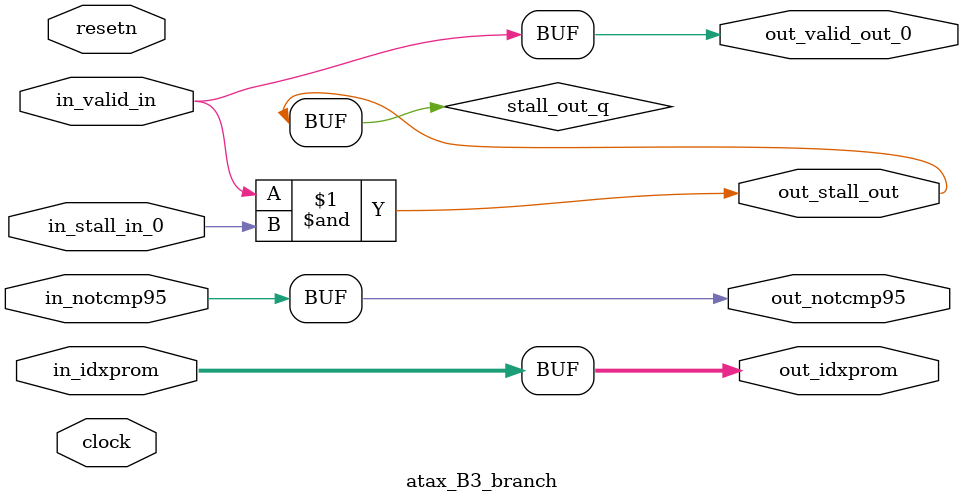
<source format=sv>



(* altera_attribute = "-name AUTO_SHIFT_REGISTER_RECOGNITION OFF; -name MESSAGE_DISABLE 10036; -name MESSAGE_DISABLE 10037; -name MESSAGE_DISABLE 14130; -name MESSAGE_DISABLE 14320; -name MESSAGE_DISABLE 15400; -name MESSAGE_DISABLE 14130; -name MESSAGE_DISABLE 10036; -name MESSAGE_DISABLE 12020; -name MESSAGE_DISABLE 12030; -name MESSAGE_DISABLE 12010; -name MESSAGE_DISABLE 12110; -name MESSAGE_DISABLE 14320; -name MESSAGE_DISABLE 13410; -name MESSAGE_DISABLE 113007; -name MESSAGE_DISABLE 10958" *)
module atax_B3_branch (
    input wire [63:0] in_idxprom,
    input wire [0:0] in_notcmp95,
    input wire [0:0] in_stall_in_0,
    input wire [0:0] in_valid_in,
    output wire [63:0] out_idxprom,
    output wire [0:0] out_notcmp95,
    output wire [0:0] out_stall_out,
    output wire [0:0] out_valid_out_0,
    input wire clock,
    input wire resetn
    );

    wire [0:0] stall_out_q;


    // out_idxprom(GPOUT,6)
    assign out_idxprom = in_idxprom;

    // out_notcmp95(GPOUT,7)
    assign out_notcmp95 = in_notcmp95;

    // stall_out(LOGICAL,10)
    assign stall_out_q = in_valid_in & in_stall_in_0;

    // out_stall_out(GPOUT,8)
    assign out_stall_out = stall_out_q;

    // out_valid_out_0(GPOUT,9)
    assign out_valid_out_0 = in_valid_in;

endmodule

</source>
